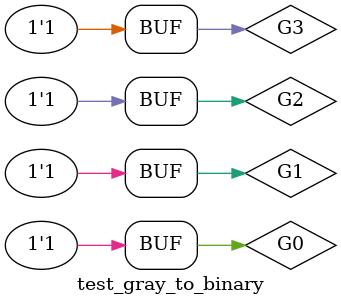
<source format=sv>
`timescale 1ns/1ps
module test_gray_to_binary;
    reg G3;
    reg G2;
    reg G1;
    reg G0;

    wire B3;
    wire B2;
    wire B1;
    wire B0;

    gray_to_binary uut(
        .G3(G3),
        .G2(G2),
        .G1(G1),
        .G0(G0),
        .B3(B3),
        .B2(B2),
        .B1(B1),
        .B0(B0)
    );
    initial begin
        $dumpfile("dump.vcd");
        $dumpvars(1);

        G3=0;
        G2=0;
        G1=0;
        G0=0;
        #60;

        G3=0;
        G2=0;
        G1=0;
        G0=1;
        #60;

        G3=0;
        G2=0;
        G1=1;
        G0=0;
        #60;

        G3=0;
        G2=0;
        G1=1;
        G0=1;
        #60;

        G3=0;
        G2=1;
        G1=0;
        G0=0;
        #60;

        G3=0;
        G2=1;
        G1=0;
        G0=1;
        #60;

        G3=0;
        G2=1;
        G1=1;
        G0=0;
        #60;

        G3=0;
        G2=1;
        G1=1;
        G0=1;
        #60;

        G3=1;
        G2=0;
        G1=0;
        G0=0;
        #60;

        G3=1;
        G2=0;
        G1=0;
        G0=1;
        #60;

        G3=1;
        G2=0;
        G1=1;
        G0=0;
        #60;

        G3=1;
        G2=0;
        G1=1;
        G0=1;
        #60;

        G3=1;
        G2=1;
        G1=0;
        G0=0;
        #60;

        G3=1;
        G2=1;
        G1=0;
        G0=1;
        #60;

        G3=1;
        G2=1;
        G1=1;
        G0=0;
        #60;

        G3=1;
        G2=1;
        G1=1;
        G0=1;
        #60;

    end
endmodule

</source>
